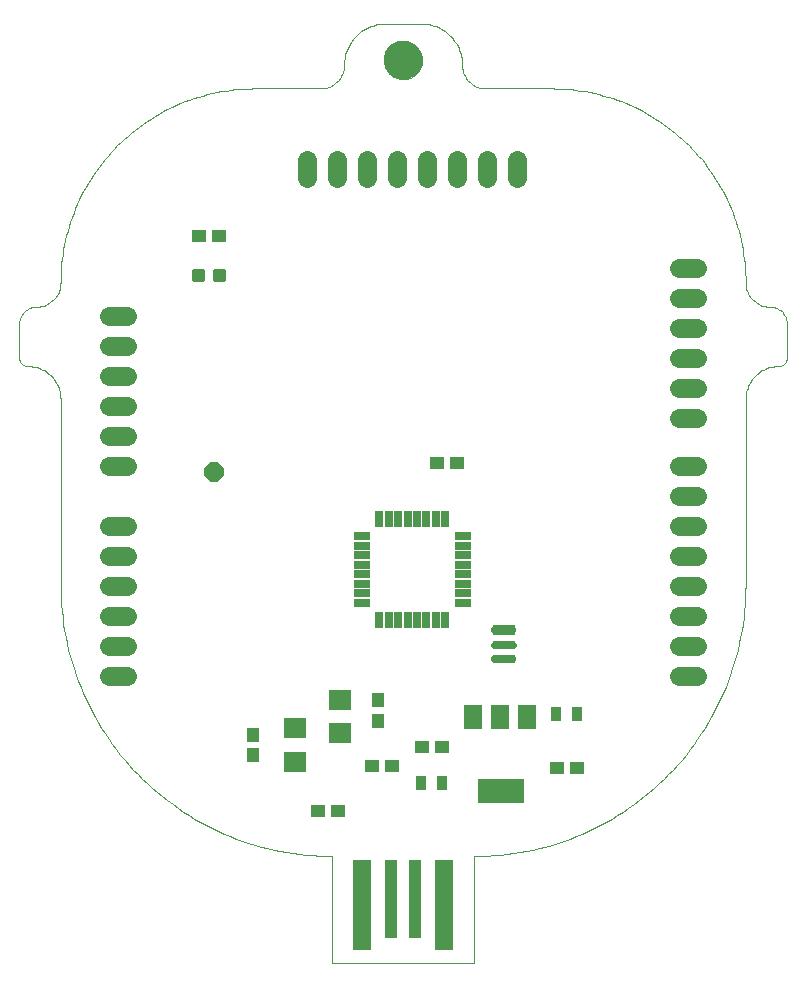
<source format=gts>
G75*
%MOIN*%
%OFA0B0*%
%FSLAX24Y24*%
%IPPOS*%
%LPD*%
%AMOC8*
5,1,8,0,0,1.08239X$1,22.5*
%
%ADD10C,0.0000*%
%ADD11C,0.1300*%
%ADD12R,0.0260X0.0540*%
%ADD13R,0.0540X0.0260*%
%ADD14R,0.0434X0.0473*%
%ADD15R,0.0473X0.0434*%
%ADD16R,0.0749X0.0670*%
%ADD17R,0.0631X0.2993*%
%ADD18R,0.0434X0.2599*%
%ADD19R,0.0630X0.0830*%
%ADD20R,0.1540X0.0830*%
%ADD21C,0.0640*%
%ADD22C,0.0130*%
%ADD23R,0.0355X0.0512*%
%ADD24C,0.0280*%
%ADD25C,0.0217*%
%ADD26R,0.0750X0.0250*%
%ADD27R,0.0775X0.0350*%
%ADD28R,0.0750X0.0300*%
%ADD29OC8,0.0640*%
D10*
X010533Y001133D02*
X015257Y001133D01*
X015257Y004677D01*
X010533Y004677D02*
X010533Y001133D01*
X010533Y004677D02*
X010314Y004680D01*
X010096Y004688D01*
X009877Y004701D01*
X009659Y004719D01*
X009442Y004743D01*
X009225Y004772D01*
X009009Y004806D01*
X008793Y004846D01*
X008579Y004890D01*
X008366Y004940D01*
X008154Y004995D01*
X007944Y005055D01*
X007735Y005120D01*
X007528Y005190D01*
X007322Y005265D01*
X007118Y005345D01*
X006917Y005430D01*
X006717Y005520D01*
X006520Y005615D01*
X006325Y005714D01*
X006132Y005818D01*
X005942Y005927D01*
X005755Y006040D01*
X005571Y006158D01*
X005389Y006280D01*
X005211Y006406D01*
X005035Y006537D01*
X004863Y006672D01*
X004694Y006811D01*
X004528Y006954D01*
X004366Y007101D01*
X004208Y007252D01*
X004053Y007407D01*
X003902Y007565D01*
X003755Y007727D01*
X003612Y007893D01*
X003473Y008062D01*
X003338Y008234D01*
X003207Y008410D01*
X003081Y008588D01*
X002959Y008770D01*
X002841Y008954D01*
X002728Y009141D01*
X002619Y009331D01*
X002515Y009524D01*
X002416Y009719D01*
X002321Y009916D01*
X002231Y010116D01*
X002146Y010317D01*
X002066Y010521D01*
X001991Y010727D01*
X001921Y010934D01*
X001856Y011143D01*
X001796Y011353D01*
X001741Y011565D01*
X001691Y011778D01*
X001647Y011992D01*
X001607Y012208D01*
X001573Y012424D01*
X001544Y012641D01*
X001520Y012858D01*
X001502Y013076D01*
X001489Y013295D01*
X001481Y013513D01*
X001478Y013732D01*
X001478Y019916D01*
X001476Y019980D01*
X001471Y020044D01*
X001461Y020107D01*
X001448Y020170D01*
X001432Y020231D01*
X001412Y020292D01*
X001388Y020352D01*
X001361Y020410D01*
X001331Y020466D01*
X001297Y020520D01*
X001260Y020573D01*
X001221Y020623D01*
X001178Y020671D01*
X001133Y020716D01*
X001085Y020759D01*
X001035Y020798D01*
X000982Y020835D01*
X000928Y020869D01*
X000872Y020899D01*
X000814Y020926D01*
X000754Y020950D01*
X000693Y020970D01*
X000632Y020986D01*
X000569Y020999D01*
X000506Y021009D01*
X000442Y021014D01*
X000378Y021016D01*
X000347Y021018D01*
X000316Y021023D01*
X000286Y021032D01*
X000257Y021044D01*
X000230Y021059D01*
X000205Y021077D01*
X000181Y021097D01*
X000161Y021121D01*
X000143Y021146D01*
X000128Y021173D01*
X000116Y021202D01*
X000107Y021232D01*
X000102Y021263D01*
X000100Y021294D01*
X000100Y022427D01*
X000102Y022473D01*
X000108Y022519D01*
X000117Y022564D01*
X000130Y022608D01*
X000147Y022651D01*
X000167Y022692D01*
X000191Y022732D01*
X000217Y022769D01*
X000247Y022804D01*
X000280Y022837D01*
X000315Y022867D01*
X000352Y022893D01*
X000392Y022917D01*
X000433Y022937D01*
X000476Y022954D01*
X000520Y022967D01*
X000565Y022976D01*
X000611Y022982D01*
X000657Y022984D01*
X000713Y022986D01*
X000769Y022992D01*
X000824Y023001D01*
X000879Y023014D01*
X000932Y023031D01*
X000984Y023052D01*
X001035Y023076D01*
X001084Y023104D01*
X001130Y023134D01*
X001175Y023168D01*
X001217Y023205D01*
X001257Y023245D01*
X001294Y023287D01*
X001328Y023332D01*
X001358Y023378D01*
X001386Y023427D01*
X001410Y023478D01*
X001431Y023530D01*
X001448Y023583D01*
X001461Y023638D01*
X001470Y023693D01*
X001476Y023749D01*
X001478Y023805D01*
X001480Y023964D01*
X001486Y024122D01*
X001496Y024280D01*
X001509Y024438D01*
X001527Y024596D01*
X001548Y024753D01*
X001573Y024910D01*
X001602Y025066D01*
X001635Y025221D01*
X001672Y025375D01*
X001712Y025528D01*
X001756Y025681D01*
X001804Y025832D01*
X001856Y025982D01*
X001911Y026131D01*
X001970Y026278D01*
X002032Y026424D01*
X002098Y026568D01*
X002168Y026710D01*
X002241Y026851D01*
X002317Y026990D01*
X002397Y027127D01*
X002481Y027262D01*
X002567Y027395D01*
X002657Y027526D01*
X002750Y027654D01*
X002846Y027781D01*
X002945Y027904D01*
X003047Y028026D01*
X003152Y028145D01*
X003260Y028261D01*
X003371Y028374D01*
X003484Y028485D01*
X003600Y028593D01*
X003719Y028698D01*
X003841Y028800D01*
X003964Y028899D01*
X004091Y028995D01*
X004219Y029088D01*
X004350Y029178D01*
X004483Y029264D01*
X004618Y029348D01*
X004755Y029428D01*
X004894Y029504D01*
X005035Y029577D01*
X005177Y029647D01*
X005321Y029713D01*
X005467Y029775D01*
X005614Y029834D01*
X005763Y029889D01*
X005913Y029941D01*
X006064Y029989D01*
X006217Y030033D01*
X006370Y030073D01*
X006524Y030110D01*
X006679Y030143D01*
X006835Y030172D01*
X006992Y030197D01*
X007149Y030218D01*
X007307Y030236D01*
X007465Y030249D01*
X007623Y030259D01*
X007781Y030265D01*
X007940Y030267D01*
X010125Y030267D01*
X010139Y030268D02*
X010193Y030270D01*
X010246Y030275D01*
X010299Y030284D01*
X010351Y030297D01*
X010403Y030313D01*
X010453Y030333D01*
X010501Y030356D01*
X010548Y030383D01*
X010593Y030412D01*
X010636Y030445D01*
X010676Y030480D01*
X010714Y030518D01*
X010749Y030558D01*
X010782Y030601D01*
X010811Y030646D01*
X010838Y030693D01*
X010861Y030741D01*
X010881Y030791D01*
X010897Y030843D01*
X010910Y030895D01*
X010919Y030948D01*
X010924Y031001D01*
X010926Y031055D01*
X010927Y031055D02*
X010929Y031127D01*
X010935Y031199D01*
X010944Y031271D01*
X010957Y031342D01*
X010974Y031412D01*
X010994Y031481D01*
X011019Y031549D01*
X011046Y031615D01*
X011077Y031681D01*
X011112Y031744D01*
X011149Y031806D01*
X011190Y031865D01*
X011234Y031922D01*
X011281Y031977D01*
X011331Y032029D01*
X011383Y032079D01*
X011438Y032126D01*
X011495Y032170D01*
X011554Y032211D01*
X011616Y032248D01*
X011679Y032283D01*
X011745Y032314D01*
X011811Y032341D01*
X011879Y032366D01*
X011948Y032386D01*
X012018Y032403D01*
X012089Y032416D01*
X012161Y032425D01*
X012233Y032431D01*
X012305Y032433D01*
X013486Y032433D01*
X012265Y031205D02*
X012267Y031255D01*
X012273Y031305D01*
X012283Y031354D01*
X012297Y031402D01*
X012314Y031449D01*
X012335Y031494D01*
X012360Y031538D01*
X012388Y031579D01*
X012420Y031618D01*
X012454Y031655D01*
X012491Y031689D01*
X012531Y031719D01*
X012573Y031746D01*
X012617Y031770D01*
X012663Y031791D01*
X012710Y031807D01*
X012758Y031820D01*
X012808Y031829D01*
X012857Y031834D01*
X012908Y031835D01*
X012958Y031832D01*
X013007Y031825D01*
X013056Y031814D01*
X013104Y031799D01*
X013150Y031781D01*
X013195Y031759D01*
X013238Y031733D01*
X013279Y031704D01*
X013318Y031672D01*
X013354Y031637D01*
X013386Y031599D01*
X013416Y031559D01*
X013443Y031516D01*
X013466Y031472D01*
X013485Y031426D01*
X013501Y031378D01*
X013513Y031329D01*
X013521Y031280D01*
X013525Y031230D01*
X013525Y031180D01*
X013521Y031130D01*
X013513Y031081D01*
X013501Y031032D01*
X013485Y030984D01*
X013466Y030938D01*
X013443Y030894D01*
X013416Y030851D01*
X013386Y030811D01*
X013354Y030773D01*
X013318Y030738D01*
X013279Y030706D01*
X013238Y030677D01*
X013195Y030651D01*
X013150Y030629D01*
X013104Y030611D01*
X013056Y030596D01*
X013007Y030585D01*
X012958Y030578D01*
X012908Y030575D01*
X012857Y030576D01*
X012808Y030581D01*
X012758Y030590D01*
X012710Y030603D01*
X012663Y030619D01*
X012617Y030640D01*
X012573Y030664D01*
X012531Y030691D01*
X012491Y030721D01*
X012454Y030755D01*
X012420Y030792D01*
X012388Y030831D01*
X012360Y030872D01*
X012335Y030916D01*
X012314Y030961D01*
X012297Y031008D01*
X012283Y031056D01*
X012273Y031105D01*
X012267Y031155D01*
X012265Y031205D01*
X013486Y032433D02*
X013558Y032431D01*
X013630Y032425D01*
X013702Y032416D01*
X013773Y032403D01*
X013843Y032386D01*
X013912Y032366D01*
X013980Y032341D01*
X014046Y032314D01*
X014112Y032283D01*
X014175Y032248D01*
X014237Y032211D01*
X014296Y032170D01*
X014353Y032126D01*
X014408Y032079D01*
X014460Y032029D01*
X014510Y031977D01*
X014557Y031922D01*
X014601Y031865D01*
X014642Y031806D01*
X014679Y031744D01*
X014714Y031681D01*
X014745Y031615D01*
X014772Y031549D01*
X014797Y031481D01*
X014817Y031412D01*
X014834Y031342D01*
X014847Y031271D01*
X014856Y031199D01*
X014862Y031127D01*
X014864Y031055D01*
X014866Y031001D01*
X014871Y030948D01*
X014880Y030895D01*
X014893Y030843D01*
X014909Y030791D01*
X014929Y030741D01*
X014952Y030693D01*
X014979Y030646D01*
X015008Y030601D01*
X015041Y030558D01*
X015076Y030518D01*
X015114Y030480D01*
X015154Y030445D01*
X015197Y030412D01*
X015242Y030383D01*
X015289Y030356D01*
X015337Y030333D01*
X015387Y030313D01*
X015439Y030297D01*
X015491Y030284D01*
X015544Y030275D01*
X015597Y030270D01*
X015651Y030268D01*
X015665Y030267D02*
X017850Y030267D01*
X018009Y030265D01*
X018167Y030259D01*
X018325Y030249D01*
X018483Y030236D01*
X018641Y030218D01*
X018798Y030197D01*
X018955Y030172D01*
X019111Y030143D01*
X019266Y030110D01*
X019420Y030073D01*
X019573Y030033D01*
X019726Y029989D01*
X019877Y029941D01*
X020027Y029889D01*
X020176Y029834D01*
X020323Y029775D01*
X020469Y029713D01*
X020613Y029647D01*
X020755Y029577D01*
X020896Y029504D01*
X021035Y029428D01*
X021172Y029348D01*
X021307Y029264D01*
X021440Y029178D01*
X021571Y029088D01*
X021699Y028995D01*
X021826Y028899D01*
X021949Y028800D01*
X022071Y028698D01*
X022190Y028593D01*
X022306Y028485D01*
X022419Y028374D01*
X022530Y028261D01*
X022638Y028145D01*
X022743Y028026D01*
X022845Y027904D01*
X022944Y027781D01*
X023040Y027654D01*
X023133Y027526D01*
X023223Y027395D01*
X023309Y027262D01*
X023393Y027127D01*
X023473Y026990D01*
X023549Y026851D01*
X023622Y026710D01*
X023692Y026568D01*
X023758Y026424D01*
X023820Y026278D01*
X023879Y026131D01*
X023934Y025982D01*
X023986Y025832D01*
X024034Y025681D01*
X024078Y025528D01*
X024118Y025375D01*
X024155Y025221D01*
X024188Y025066D01*
X024217Y024910D01*
X024242Y024753D01*
X024263Y024596D01*
X024281Y024438D01*
X024294Y024280D01*
X024304Y024122D01*
X024310Y023964D01*
X024312Y023805D01*
X024313Y023805D02*
X024315Y023749D01*
X024321Y023693D01*
X024330Y023638D01*
X024343Y023583D01*
X024360Y023530D01*
X024381Y023478D01*
X024405Y023427D01*
X024433Y023378D01*
X024463Y023332D01*
X024497Y023287D01*
X024534Y023245D01*
X024574Y023205D01*
X024616Y023168D01*
X024661Y023134D01*
X024707Y023104D01*
X024756Y023076D01*
X024807Y023052D01*
X024859Y023031D01*
X024912Y023014D01*
X024967Y023001D01*
X025022Y022992D01*
X025078Y022986D01*
X025134Y022984D01*
X025180Y022982D01*
X025226Y022976D01*
X025271Y022967D01*
X025315Y022954D01*
X025358Y022937D01*
X025399Y022917D01*
X025439Y022893D01*
X025476Y022867D01*
X025511Y022837D01*
X025544Y022804D01*
X025574Y022769D01*
X025600Y022732D01*
X025624Y022692D01*
X025644Y022651D01*
X025661Y022608D01*
X025674Y022564D01*
X025683Y022519D01*
X025689Y022473D01*
X025691Y022427D01*
X025691Y021294D01*
X025690Y021294D02*
X025688Y021263D01*
X025683Y021232D01*
X025674Y021202D01*
X025662Y021173D01*
X025647Y021146D01*
X025629Y021121D01*
X025609Y021097D01*
X025585Y021077D01*
X025560Y021059D01*
X025533Y021044D01*
X025504Y021032D01*
X025474Y021023D01*
X025443Y021018D01*
X025412Y021016D01*
X025348Y021014D01*
X025284Y021009D01*
X025221Y020999D01*
X025158Y020986D01*
X025097Y020970D01*
X025036Y020950D01*
X024976Y020926D01*
X024918Y020899D01*
X024862Y020869D01*
X024808Y020835D01*
X024755Y020798D01*
X024705Y020759D01*
X024657Y020716D01*
X024612Y020671D01*
X024569Y020623D01*
X024530Y020573D01*
X024493Y020520D01*
X024459Y020466D01*
X024429Y020410D01*
X024402Y020352D01*
X024378Y020292D01*
X024358Y020231D01*
X024342Y020170D01*
X024329Y020107D01*
X024319Y020044D01*
X024314Y019980D01*
X024312Y019916D01*
X024313Y019916D02*
X024313Y013732D01*
X024312Y013732D02*
X024309Y013513D01*
X024301Y013295D01*
X024288Y013076D01*
X024270Y012858D01*
X024246Y012641D01*
X024217Y012424D01*
X024183Y012208D01*
X024143Y011992D01*
X024099Y011778D01*
X024049Y011565D01*
X023994Y011353D01*
X023934Y011143D01*
X023869Y010934D01*
X023799Y010727D01*
X023724Y010521D01*
X023644Y010317D01*
X023559Y010116D01*
X023469Y009916D01*
X023374Y009719D01*
X023275Y009524D01*
X023171Y009331D01*
X023062Y009141D01*
X022949Y008954D01*
X022831Y008770D01*
X022709Y008588D01*
X022583Y008410D01*
X022452Y008234D01*
X022317Y008062D01*
X022178Y007893D01*
X022035Y007727D01*
X021888Y007565D01*
X021737Y007407D01*
X021582Y007252D01*
X021424Y007101D01*
X021262Y006954D01*
X021096Y006811D01*
X020927Y006672D01*
X020755Y006537D01*
X020579Y006406D01*
X020401Y006280D01*
X020219Y006158D01*
X020035Y006040D01*
X019848Y005927D01*
X019658Y005818D01*
X019465Y005714D01*
X019270Y005615D01*
X019073Y005520D01*
X018873Y005430D01*
X018672Y005345D01*
X018468Y005265D01*
X018262Y005190D01*
X018055Y005120D01*
X017846Y005055D01*
X017636Y004995D01*
X017424Y004940D01*
X017211Y004890D01*
X016997Y004846D01*
X016781Y004806D01*
X016565Y004772D01*
X016348Y004743D01*
X016131Y004719D01*
X015913Y004701D01*
X015694Y004688D01*
X015476Y004680D01*
X015257Y004677D01*
D11*
X012895Y031205D03*
D12*
X013044Y015923D03*
X012729Y015923D03*
X012414Y015923D03*
X012099Y015923D03*
X013359Y015923D03*
X013674Y015923D03*
X013989Y015923D03*
X014304Y015923D03*
X014304Y012543D03*
X013989Y012543D03*
X013674Y012543D03*
X013359Y012543D03*
X013044Y012543D03*
X012729Y012543D03*
X012414Y012543D03*
X012099Y012543D03*
D13*
X011512Y013131D03*
X011512Y013446D03*
X011512Y013761D03*
X011512Y014076D03*
X011512Y014391D03*
X011512Y014706D03*
X011512Y015021D03*
X011512Y015336D03*
X014892Y015336D03*
X014892Y015021D03*
X014892Y014706D03*
X014892Y014391D03*
X014892Y014076D03*
X014892Y013761D03*
X014892Y013446D03*
X014892Y013131D03*
D14*
X007902Y008049D03*
X007902Y008718D03*
X012052Y009199D03*
X012052Y009868D03*
D15*
X013517Y008333D03*
X014186Y008333D03*
X012536Y007683D03*
X011867Y007683D03*
X010736Y006183D03*
X010067Y006183D03*
X018017Y007633D03*
X018686Y007633D03*
X014686Y017783D03*
X014017Y017783D03*
X006753Y025343D03*
X006083Y025343D03*
D16*
X010802Y009885D03*
X010802Y008782D03*
X009302Y008935D03*
X009302Y007832D03*
D17*
X011517Y003055D03*
X014273Y003055D03*
D18*
X013289Y003251D03*
X012502Y003251D03*
D19*
X015242Y009323D03*
X016142Y009323D03*
X017042Y009323D03*
D20*
X016152Y006843D03*
D21*
X022103Y010683D02*
X022703Y010683D01*
X022703Y011683D02*
X022103Y011683D01*
X022103Y012683D02*
X022703Y012683D01*
X022703Y013683D02*
X022103Y013683D01*
X022103Y014683D02*
X022703Y014683D01*
X022703Y015683D02*
X022103Y015683D01*
X022103Y016683D02*
X022703Y016683D01*
X022703Y017683D02*
X022103Y017683D01*
X022103Y019283D02*
X022703Y019283D01*
X022703Y020283D02*
X022103Y020283D01*
X022103Y021283D02*
X022703Y021283D01*
X022703Y022283D02*
X022103Y022283D01*
X022103Y023283D02*
X022703Y023283D01*
X022703Y024283D02*
X022103Y024283D01*
X016702Y027271D02*
X016702Y027871D01*
X015702Y027871D02*
X015702Y027271D01*
X014702Y027271D02*
X014702Y027871D01*
X013702Y027871D02*
X013702Y027271D01*
X012702Y027271D02*
X012702Y027871D01*
X011702Y027871D02*
X011702Y027271D01*
X010702Y027271D02*
X010702Y027871D01*
X009702Y027871D02*
X009702Y027271D01*
X003703Y022683D02*
X003103Y022683D01*
X003103Y021683D02*
X003703Y021683D01*
X003703Y020683D02*
X003103Y020683D01*
X003103Y019683D02*
X003703Y019683D01*
X003703Y018683D02*
X003103Y018683D01*
X003103Y017683D02*
X003703Y017683D01*
X003703Y015683D02*
X003103Y015683D01*
X003103Y014683D02*
X003703Y014683D01*
X003703Y013683D02*
X003103Y013683D01*
X003103Y012683D02*
X003703Y012683D01*
X003703Y011683D02*
X003103Y011683D01*
X003103Y010683D02*
X003703Y010683D01*
D22*
X005921Y023894D02*
X005921Y024198D01*
X006225Y024198D01*
X006225Y023894D01*
X005921Y023894D01*
X005921Y024023D02*
X006225Y024023D01*
X006225Y024152D02*
X005921Y024152D01*
X006611Y024198D02*
X006611Y023894D01*
X006611Y024198D02*
X006915Y024198D01*
X006915Y023894D01*
X006611Y023894D01*
X006611Y024023D02*
X006915Y024023D01*
X006915Y024152D02*
X006611Y024152D01*
D23*
X017997Y009433D03*
X018706Y009433D03*
X014206Y007133D03*
X013497Y007133D03*
D24*
X015972Y011261D02*
X016532Y011261D01*
X016532Y012206D02*
X015972Y012206D01*
D25*
X016564Y011733D02*
X016564Y011733D01*
X015940Y011733D01*
X015940Y011733D01*
X016564Y011733D01*
D26*
X016252Y011733D03*
D27*
X016264Y012208D03*
D28*
X016252Y011258D03*
D29*
X006596Y017472D03*
M02*

</source>
